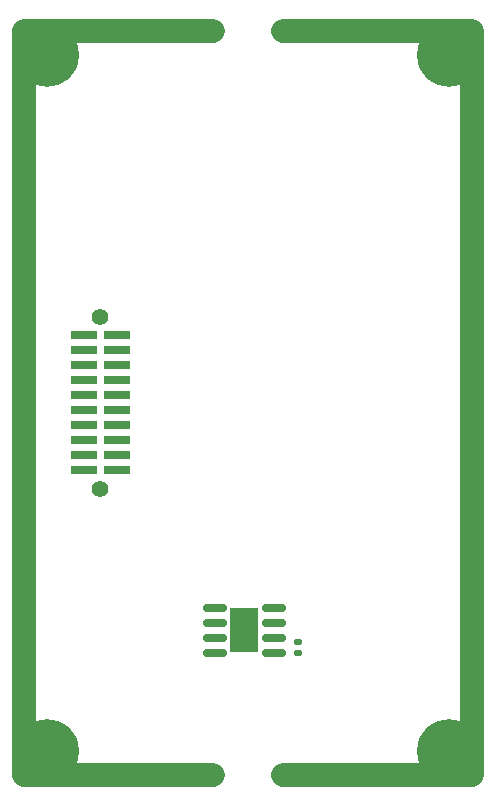
<source format=gbs>
%TF.GenerationSoftware,KiCad,Pcbnew,(6.0.1)*%
%TF.CreationDate,2022-04-26T10:15:21+02:00*%
%TF.ProjectId,XCOMMS_RF,58434f4d-4d53-45f5-9246-2e6b69636164,rev?*%
%TF.SameCoordinates,PX7ed6b40PY82a7440*%
%TF.FileFunction,Soldermask,Bot*%
%TF.FilePolarity,Negative*%
%FSLAX46Y46*%
G04 Gerber Fmt 4.6, Leading zero omitted, Abs format (unit mm)*
G04 Created by KiCad (PCBNEW (6.0.1)) date 2022-04-26 10:15:21*
%MOMM*%
%LPD*%
G01*
G04 APERTURE LIST*
G04 Aperture macros list*
%AMRoundRect*
0 Rectangle with rounded corners*
0 $1 Rounding radius*
0 $2 $3 $4 $5 $6 $7 $8 $9 X,Y pos of 4 corners*
0 Add a 4 corners polygon primitive as box body*
4,1,4,$2,$3,$4,$5,$6,$7,$8,$9,$2,$3,0*
0 Add four circle primitives for the rounded corners*
1,1,$1+$1,$2,$3*
1,1,$1+$1,$4,$5*
1,1,$1+$1,$6,$7*
1,1,$1+$1,$8,$9*
0 Add four rect primitives between the rounded corners*
20,1,$1+$1,$2,$3,$4,$5,0*
20,1,$1+$1,$4,$5,$6,$7,0*
20,1,$1+$1,$6,$7,$8,$9,0*
20,1,$1+$1,$8,$9,$2,$3,0*%
G04 Aperture macros list end*
%ADD10C,2.000000*%
%ADD11C,5.399999*%
%ADD12C,1.420000*%
%ADD13R,2.220000X0.740000*%
%ADD14RoundRect,0.140000X-0.170000X0.140000X-0.170000X-0.140000X0.170000X-0.140000X0.170000X0.140000X0*%
%ADD15RoundRect,0.150000X-0.825000X-0.150000X0.825000X-0.150000X0.825000X0.150000X-0.825000X0.150000X0*%
%ADD16R,2.410000X3.810000*%
G04 APERTURE END LIST*
D10*
X1000000Y1000000D02*
X17000000Y1000000D01*
X39000000Y64000000D02*
X23000000Y64000000D01*
X39000000Y1000000D02*
X23000000Y1000000D01*
X1000000Y64000000D02*
X17000000Y64000000D01*
X39000000Y1000000D02*
X39000000Y64000000D01*
X1000000Y1000000D02*
X1000000Y64000000D01*
D11*
%TO.C,SCRW2*%
X3000000Y62000000D03*
%TD*%
%TO.C,SCRW4*%
X37000000Y62000000D03*
%TD*%
%TO.C,SCRW1*%
X3000000Y3000000D03*
%TD*%
%TO.C,SCRW3*%
X37000000Y3000000D03*
%TD*%
D12*
%TO.C,J3*%
X7500000Y39805011D03*
X7500000Y25195011D03*
D13*
X8865000Y26785011D03*
X6135000Y26785011D03*
X8865000Y28055011D03*
X6135000Y28055011D03*
X8865000Y29325011D03*
X6135000Y29325011D03*
X8865000Y30595011D03*
X6135000Y30595011D03*
X8865000Y31865011D03*
X6135000Y31865011D03*
X8865000Y33135011D03*
X6135000Y33135011D03*
X8865000Y34405011D03*
X6135000Y34405011D03*
X8865000Y35675011D03*
X6135000Y35675011D03*
X8865000Y36945011D03*
X6135000Y36945011D03*
X8865000Y38215011D03*
X6135000Y38215011D03*
%TD*%
D14*
%TO.C,C50*%
X24200000Y12280000D03*
X24200000Y11320000D03*
%TD*%
D15*
%TO.C,U7*%
X17225001Y11344999D03*
X17225001Y12614999D03*
X17225001Y13884999D03*
X17225001Y15154999D03*
X22175001Y15154999D03*
X22175001Y13884999D03*
X22175001Y12614999D03*
X22175001Y11344999D03*
D16*
X19700001Y13249999D03*
%TD*%
M02*

</source>
